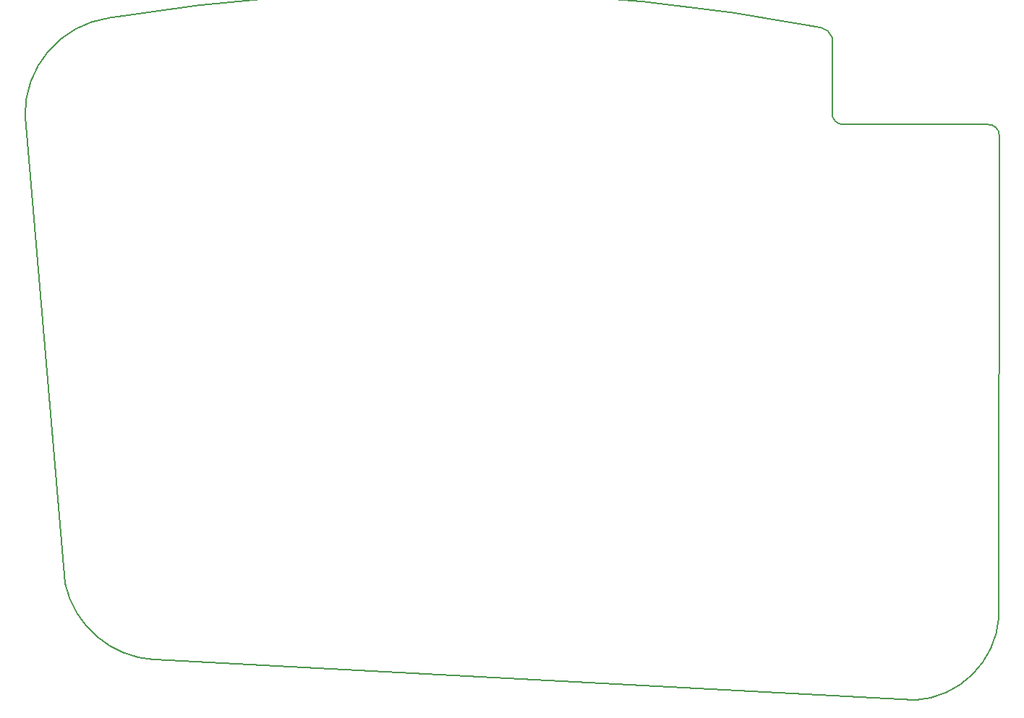
<source format=gm1>
G04 #@! TF.GenerationSoftware,KiCad,Pcbnew,5.1.6*
G04 #@! TF.CreationDate,2020-09-30T09:09:17+01:00*
G04 #@! TF.ProjectId,cradio,63726164-696f-42e6-9b69-6361645f7063,2.1*
G04 #@! TF.SameCoordinates,Original*
G04 #@! TF.FileFunction,Profile,NP*
%FSLAX46Y46*%
G04 Gerber Fmt 4.6, Leading zero omitted, Abs format (unit mm)*
G04 Created by KiCad (PCBNEW 5.1.6) date 2020-09-30 09:09:17*
%MOMM*%
%LPD*%
G01*
G04 APERTURE LIST*
G04 #@! TA.AperFunction,Profile*
%ADD10C,0.150000*%
G04 #@! TD*
G04 APERTURE END LIST*
D10*
X46352321Y-94379849D02*
X135299356Y-99139955D01*
X145220001Y-89360000D02*
G75*
G02*
X135299356Y-99139955I-10500645J730045D01*
G01*
X41090838Y-19145134D02*
G75*
G02*
X124389848Y-20290796I38421897J-235246248D01*
G01*
X46352321Y-94379848D02*
G75*
G02*
X35890000Y-85470000I657679J11369848D01*
G01*
X126960000Y-31650000D02*
G75*
G02*
X125690000Y-30380000I0J1270000D01*
G01*
X125690000Y-30380000D02*
X125690000Y-21440000D01*
X124390180Y-20289060D02*
G75*
G02*
X125690000Y-21440000I-320009J-1670853D01*
G01*
X143880195Y-31650001D02*
G75*
G02*
X145260000Y-32925284I109805J-1265283D01*
G01*
X31200245Y-30800275D02*
G75*
G02*
X41090838Y-19145133I11435278J320150D01*
G01*
X143880195Y-31650000D02*
X126960000Y-31650000D01*
X31200244Y-30800275D02*
X35890000Y-85470000D01*
X145220000Y-89360000D02*
X145260000Y-32925284D01*
M02*

</source>
